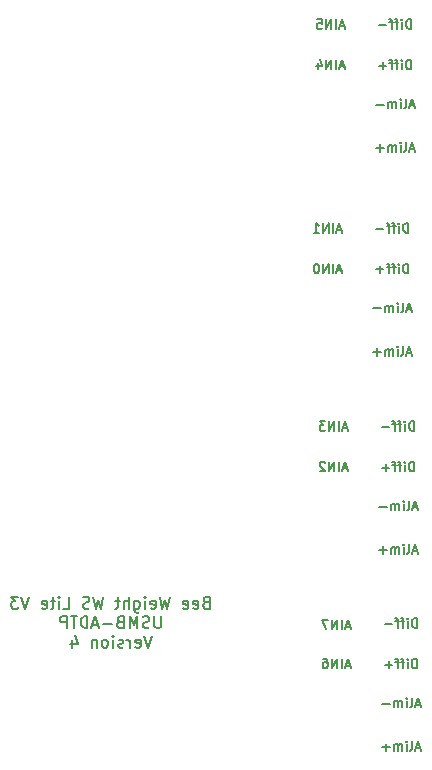
<source format=gbr>
G04 #@! TF.GenerationSoftware,KiCad,Pcbnew,(5.1.4)-1*
G04 #@! TF.CreationDate,2023-08-30T15:36:27+02:00*
G04 #@! TF.ProjectId,BeeWeight_MKRWAN_V4,42656557-6569-4676-9874-5f4d4b525741,V4*
G04 #@! TF.SameCoordinates,Original*
G04 #@! TF.FileFunction,Legend,Bot*
G04 #@! TF.FilePolarity,Positive*
%FSLAX46Y46*%
G04 Gerber Fmt 4.6, Leading zero omitted, Abs format (unit mm)*
G04 Created by KiCad (PCBNEW (5.1.4)-1) date 2023-08-30 15:36:27*
%MOMM*%
%LPD*%
G04 APERTURE LIST*
%ADD10C,0.150000*%
G04 APERTURE END LIST*
D10*
X183044952Y-89940333D02*
X182664000Y-89940333D01*
X183121142Y-90168904D02*
X182854476Y-89368904D01*
X182587809Y-90168904D01*
X182321142Y-90168904D02*
X182321142Y-89368904D01*
X181940190Y-90168904D02*
X181940190Y-89368904D01*
X181483047Y-90168904D01*
X181483047Y-89368904D01*
X181140190Y-89445095D02*
X181102095Y-89407000D01*
X181025904Y-89368904D01*
X180835428Y-89368904D01*
X180759238Y-89407000D01*
X180721142Y-89445095D01*
X180683047Y-89521285D01*
X180683047Y-89597476D01*
X180721142Y-89711761D01*
X181178285Y-90168904D01*
X180683047Y-90168904D01*
X183044952Y-86511333D02*
X182664000Y-86511333D01*
X183121142Y-86739904D02*
X182854476Y-85939904D01*
X182587809Y-86739904D01*
X182321142Y-86739904D02*
X182321142Y-85939904D01*
X181940190Y-86739904D02*
X181940190Y-85939904D01*
X181483047Y-86739904D01*
X181483047Y-85939904D01*
X181178285Y-85939904D02*
X180683047Y-85939904D01*
X180949714Y-86244666D01*
X180835428Y-86244666D01*
X180759238Y-86282761D01*
X180721142Y-86320857D01*
X180683047Y-86397047D01*
X180683047Y-86587523D01*
X180721142Y-86663714D01*
X180759238Y-86701809D01*
X180835428Y-86739904D01*
X181064000Y-86739904D01*
X181140190Y-86701809D01*
X181178285Y-86663714D01*
X183294952Y-103326333D02*
X182914000Y-103326333D01*
X183371142Y-103554904D02*
X183104476Y-102754904D01*
X182837809Y-103554904D01*
X182571142Y-103554904D02*
X182571142Y-102754904D01*
X182190190Y-103554904D02*
X182190190Y-102754904D01*
X181733047Y-103554904D01*
X181733047Y-102754904D01*
X181428285Y-102754904D02*
X180894952Y-102754904D01*
X181237809Y-103554904D01*
X183294952Y-106628333D02*
X182914000Y-106628333D01*
X183371142Y-106856904D02*
X183104476Y-106056904D01*
X182837809Y-106856904D01*
X182571142Y-106856904D02*
X182571142Y-106056904D01*
X182190190Y-106856904D02*
X182190190Y-106056904D01*
X181733047Y-106856904D01*
X181733047Y-106056904D01*
X181009238Y-106056904D02*
X181161619Y-106056904D01*
X181237809Y-106095000D01*
X181275904Y-106133095D01*
X181352095Y-106247380D01*
X181390190Y-106399761D01*
X181390190Y-106704523D01*
X181352095Y-106780714D01*
X181314000Y-106818809D01*
X181237809Y-106856904D01*
X181085428Y-106856904D01*
X181009238Y-106818809D01*
X180971142Y-106780714D01*
X180933047Y-106704523D01*
X180933047Y-106514047D01*
X180971142Y-106437857D01*
X181009238Y-106399761D01*
X181085428Y-106361666D01*
X181237809Y-106361666D01*
X181314000Y-106399761D01*
X181352095Y-106437857D01*
X181390190Y-106514047D01*
X182794952Y-52471333D02*
X182414000Y-52471333D01*
X182871142Y-52699904D02*
X182604476Y-51899904D01*
X182337809Y-52699904D01*
X182071142Y-52699904D02*
X182071142Y-51899904D01*
X181690190Y-52699904D02*
X181690190Y-51899904D01*
X181233047Y-52699904D01*
X181233047Y-51899904D01*
X180471142Y-51899904D02*
X180852095Y-51899904D01*
X180890190Y-52280857D01*
X180852095Y-52242761D01*
X180775904Y-52204666D01*
X180585428Y-52204666D01*
X180509238Y-52242761D01*
X180471142Y-52280857D01*
X180433047Y-52357047D01*
X180433047Y-52547523D01*
X180471142Y-52623714D01*
X180509238Y-52661809D01*
X180585428Y-52699904D01*
X180775904Y-52699904D01*
X180852095Y-52661809D01*
X180890190Y-52623714D01*
X182794952Y-55900333D02*
X182414000Y-55900333D01*
X182871142Y-56128904D02*
X182604476Y-55328904D01*
X182337809Y-56128904D01*
X182071142Y-56128904D02*
X182071142Y-55328904D01*
X181690190Y-56128904D02*
X181690190Y-55328904D01*
X181233047Y-56128904D01*
X181233047Y-55328904D01*
X180509238Y-55595571D02*
X180509238Y-56128904D01*
X180699714Y-55290809D02*
X180890190Y-55862238D01*
X180394952Y-55862238D01*
X182544952Y-69739333D02*
X182164000Y-69739333D01*
X182621142Y-69967904D02*
X182354476Y-69167904D01*
X182087809Y-69967904D01*
X181821142Y-69967904D02*
X181821142Y-69167904D01*
X181440190Y-69967904D02*
X181440190Y-69167904D01*
X180983047Y-69967904D01*
X180983047Y-69167904D01*
X180183047Y-69967904D02*
X180640190Y-69967904D01*
X180411619Y-69967904D02*
X180411619Y-69167904D01*
X180487809Y-69282190D01*
X180564000Y-69358380D01*
X180640190Y-69396476D01*
X182544952Y-73168333D02*
X182164000Y-73168333D01*
X182621142Y-73396904D02*
X182354476Y-72596904D01*
X182087809Y-73396904D01*
X181821142Y-73396904D02*
X181821142Y-72596904D01*
X181440190Y-73396904D02*
X181440190Y-72596904D01*
X180983047Y-73396904D01*
X180983047Y-72596904D01*
X180449714Y-72596904D02*
X180373523Y-72596904D01*
X180297333Y-72635000D01*
X180259238Y-72673095D01*
X180221142Y-72749285D01*
X180183047Y-72901666D01*
X180183047Y-73092142D01*
X180221142Y-73244523D01*
X180259238Y-73320714D01*
X180297333Y-73358809D01*
X180373523Y-73396904D01*
X180449714Y-73396904D01*
X180525904Y-73358809D01*
X180564000Y-73320714D01*
X180602095Y-73244523D01*
X180640190Y-73092142D01*
X180640190Y-72901666D01*
X180602095Y-72749285D01*
X180564000Y-72673095D01*
X180525904Y-72635000D01*
X180449714Y-72596904D01*
X188927380Y-106856904D02*
X188927380Y-106056904D01*
X188736904Y-106056904D01*
X188622619Y-106095000D01*
X188546428Y-106171190D01*
X188508333Y-106247380D01*
X188470238Y-106399761D01*
X188470238Y-106514047D01*
X188508333Y-106666428D01*
X188546428Y-106742619D01*
X188622619Y-106818809D01*
X188736904Y-106856904D01*
X188927380Y-106856904D01*
X188127380Y-106856904D02*
X188127380Y-106323571D01*
X188127380Y-106056904D02*
X188165476Y-106095000D01*
X188127380Y-106133095D01*
X188089285Y-106095000D01*
X188127380Y-106056904D01*
X188127380Y-106133095D01*
X187860714Y-106323571D02*
X187555952Y-106323571D01*
X187746428Y-106856904D02*
X187746428Y-106171190D01*
X187708333Y-106095000D01*
X187632142Y-106056904D01*
X187555952Y-106056904D01*
X187403571Y-106323571D02*
X187098809Y-106323571D01*
X187289285Y-106856904D02*
X187289285Y-106171190D01*
X187251190Y-106095000D01*
X187175000Y-106056904D01*
X187098809Y-106056904D01*
X186832142Y-106552142D02*
X186222619Y-106552142D01*
X186527380Y-106856904D02*
X186527380Y-106247380D01*
X189194047Y-113613333D02*
X188813095Y-113613333D01*
X189270238Y-113841904D02*
X189003571Y-113041904D01*
X188736904Y-113841904D01*
X188355952Y-113841904D02*
X188432142Y-113803809D01*
X188470238Y-113727619D01*
X188470238Y-113041904D01*
X188051190Y-113841904D02*
X188051190Y-113308571D01*
X188051190Y-113041904D02*
X188089285Y-113080000D01*
X188051190Y-113118095D01*
X188013095Y-113080000D01*
X188051190Y-113041904D01*
X188051190Y-113118095D01*
X187670238Y-113841904D02*
X187670238Y-113308571D01*
X187670238Y-113384761D02*
X187632142Y-113346666D01*
X187555952Y-113308571D01*
X187441666Y-113308571D01*
X187365476Y-113346666D01*
X187327380Y-113422857D01*
X187327380Y-113841904D01*
X187327380Y-113422857D02*
X187289285Y-113346666D01*
X187213095Y-113308571D01*
X187098809Y-113308571D01*
X187022619Y-113346666D01*
X186984523Y-113422857D01*
X186984523Y-113841904D01*
X186603571Y-113537142D02*
X185994047Y-113537142D01*
X186298809Y-113841904D02*
X186298809Y-113232380D01*
X188927380Y-103427904D02*
X188927380Y-102627904D01*
X188736904Y-102627904D01*
X188622619Y-102666000D01*
X188546428Y-102742190D01*
X188508333Y-102818380D01*
X188470238Y-102970761D01*
X188470238Y-103085047D01*
X188508333Y-103237428D01*
X188546428Y-103313619D01*
X188622619Y-103389809D01*
X188736904Y-103427904D01*
X188927380Y-103427904D01*
X188127380Y-103427904D02*
X188127380Y-102894571D01*
X188127380Y-102627904D02*
X188165476Y-102666000D01*
X188127380Y-102704095D01*
X188089285Y-102666000D01*
X188127380Y-102627904D01*
X188127380Y-102704095D01*
X187860714Y-102894571D02*
X187555952Y-102894571D01*
X187746428Y-103427904D02*
X187746428Y-102742190D01*
X187708333Y-102666000D01*
X187632142Y-102627904D01*
X187555952Y-102627904D01*
X187403571Y-102894571D02*
X187098809Y-102894571D01*
X187289285Y-103427904D02*
X187289285Y-102742190D01*
X187251190Y-102666000D01*
X187175000Y-102627904D01*
X187098809Y-102627904D01*
X186832142Y-103123142D02*
X186222619Y-103123142D01*
X189194047Y-109930333D02*
X188813095Y-109930333D01*
X189270238Y-110158904D02*
X189003571Y-109358904D01*
X188736904Y-110158904D01*
X188355952Y-110158904D02*
X188432142Y-110120809D01*
X188470238Y-110044619D01*
X188470238Y-109358904D01*
X188051190Y-110158904D02*
X188051190Y-109625571D01*
X188051190Y-109358904D02*
X188089285Y-109397000D01*
X188051190Y-109435095D01*
X188013095Y-109397000D01*
X188051190Y-109358904D01*
X188051190Y-109435095D01*
X187670238Y-110158904D02*
X187670238Y-109625571D01*
X187670238Y-109701761D02*
X187632142Y-109663666D01*
X187555952Y-109625571D01*
X187441666Y-109625571D01*
X187365476Y-109663666D01*
X187327380Y-109739857D01*
X187327380Y-110158904D01*
X187327380Y-109739857D02*
X187289285Y-109663666D01*
X187213095Y-109625571D01*
X187098809Y-109625571D01*
X187022619Y-109663666D01*
X186984523Y-109739857D01*
X186984523Y-110158904D01*
X186603571Y-109854142D02*
X185994047Y-109854142D01*
X188694047Y-59202333D02*
X188313095Y-59202333D01*
X188770238Y-59430904D02*
X188503571Y-58630904D01*
X188236904Y-59430904D01*
X187855952Y-59430904D02*
X187932142Y-59392809D01*
X187970238Y-59316619D01*
X187970238Y-58630904D01*
X187551190Y-59430904D02*
X187551190Y-58897571D01*
X187551190Y-58630904D02*
X187589285Y-58669000D01*
X187551190Y-58707095D01*
X187513095Y-58669000D01*
X187551190Y-58630904D01*
X187551190Y-58707095D01*
X187170238Y-59430904D02*
X187170238Y-58897571D01*
X187170238Y-58973761D02*
X187132142Y-58935666D01*
X187055952Y-58897571D01*
X186941666Y-58897571D01*
X186865476Y-58935666D01*
X186827380Y-59011857D01*
X186827380Y-59430904D01*
X186827380Y-59011857D02*
X186789285Y-58935666D01*
X186713095Y-58897571D01*
X186598809Y-58897571D01*
X186522619Y-58935666D01*
X186484523Y-59011857D01*
X186484523Y-59430904D01*
X186103571Y-59126142D02*
X185494047Y-59126142D01*
X188427380Y-52699904D02*
X188427380Y-51899904D01*
X188236904Y-51899904D01*
X188122619Y-51938000D01*
X188046428Y-52014190D01*
X188008333Y-52090380D01*
X187970238Y-52242761D01*
X187970238Y-52357047D01*
X188008333Y-52509428D01*
X188046428Y-52585619D01*
X188122619Y-52661809D01*
X188236904Y-52699904D01*
X188427380Y-52699904D01*
X187627380Y-52699904D02*
X187627380Y-52166571D01*
X187627380Y-51899904D02*
X187665476Y-51938000D01*
X187627380Y-51976095D01*
X187589285Y-51938000D01*
X187627380Y-51899904D01*
X187627380Y-51976095D01*
X187360714Y-52166571D02*
X187055952Y-52166571D01*
X187246428Y-52699904D02*
X187246428Y-52014190D01*
X187208333Y-51938000D01*
X187132142Y-51899904D01*
X187055952Y-51899904D01*
X186903571Y-52166571D02*
X186598809Y-52166571D01*
X186789285Y-52699904D02*
X186789285Y-52014190D01*
X186751190Y-51938000D01*
X186675000Y-51899904D01*
X186598809Y-51899904D01*
X186332142Y-52395142D02*
X185722619Y-52395142D01*
X188427380Y-56128904D02*
X188427380Y-55328904D01*
X188236904Y-55328904D01*
X188122619Y-55367000D01*
X188046428Y-55443190D01*
X188008333Y-55519380D01*
X187970238Y-55671761D01*
X187970238Y-55786047D01*
X188008333Y-55938428D01*
X188046428Y-56014619D01*
X188122619Y-56090809D01*
X188236904Y-56128904D01*
X188427380Y-56128904D01*
X187627380Y-56128904D02*
X187627380Y-55595571D01*
X187627380Y-55328904D02*
X187665476Y-55367000D01*
X187627380Y-55405095D01*
X187589285Y-55367000D01*
X187627380Y-55328904D01*
X187627380Y-55405095D01*
X187360714Y-55595571D02*
X187055952Y-55595571D01*
X187246428Y-56128904D02*
X187246428Y-55443190D01*
X187208333Y-55367000D01*
X187132142Y-55328904D01*
X187055952Y-55328904D01*
X186903571Y-55595571D02*
X186598809Y-55595571D01*
X186789285Y-56128904D02*
X186789285Y-55443190D01*
X186751190Y-55367000D01*
X186675000Y-55328904D01*
X186598809Y-55328904D01*
X186332142Y-55824142D02*
X185722619Y-55824142D01*
X186027380Y-56128904D02*
X186027380Y-55519380D01*
X188694047Y-62885333D02*
X188313095Y-62885333D01*
X188770238Y-63113904D02*
X188503571Y-62313904D01*
X188236904Y-63113904D01*
X187855952Y-63113904D02*
X187932142Y-63075809D01*
X187970238Y-62999619D01*
X187970238Y-62313904D01*
X187551190Y-63113904D02*
X187551190Y-62580571D01*
X187551190Y-62313904D02*
X187589285Y-62352000D01*
X187551190Y-62390095D01*
X187513095Y-62352000D01*
X187551190Y-62313904D01*
X187551190Y-62390095D01*
X187170238Y-63113904D02*
X187170238Y-62580571D01*
X187170238Y-62656761D02*
X187132142Y-62618666D01*
X187055952Y-62580571D01*
X186941666Y-62580571D01*
X186865476Y-62618666D01*
X186827380Y-62694857D01*
X186827380Y-63113904D01*
X186827380Y-62694857D02*
X186789285Y-62618666D01*
X186713095Y-62580571D01*
X186598809Y-62580571D01*
X186522619Y-62618666D01*
X186484523Y-62694857D01*
X186484523Y-63113904D01*
X186103571Y-62809142D02*
X185494047Y-62809142D01*
X185798809Y-63113904D02*
X185798809Y-62504380D01*
X188177380Y-73396904D02*
X188177380Y-72596904D01*
X187986904Y-72596904D01*
X187872619Y-72635000D01*
X187796428Y-72711190D01*
X187758333Y-72787380D01*
X187720238Y-72939761D01*
X187720238Y-73054047D01*
X187758333Y-73206428D01*
X187796428Y-73282619D01*
X187872619Y-73358809D01*
X187986904Y-73396904D01*
X188177380Y-73396904D01*
X187377380Y-73396904D02*
X187377380Y-72863571D01*
X187377380Y-72596904D02*
X187415476Y-72635000D01*
X187377380Y-72673095D01*
X187339285Y-72635000D01*
X187377380Y-72596904D01*
X187377380Y-72673095D01*
X187110714Y-72863571D02*
X186805952Y-72863571D01*
X186996428Y-73396904D02*
X186996428Y-72711190D01*
X186958333Y-72635000D01*
X186882142Y-72596904D01*
X186805952Y-72596904D01*
X186653571Y-72863571D02*
X186348809Y-72863571D01*
X186539285Y-73396904D02*
X186539285Y-72711190D01*
X186501190Y-72635000D01*
X186425000Y-72596904D01*
X186348809Y-72596904D01*
X186082142Y-73092142D02*
X185472619Y-73092142D01*
X185777380Y-73396904D02*
X185777380Y-72787380D01*
X188444047Y-80153333D02*
X188063095Y-80153333D01*
X188520238Y-80381904D02*
X188253571Y-79581904D01*
X187986904Y-80381904D01*
X187605952Y-80381904D02*
X187682142Y-80343809D01*
X187720238Y-80267619D01*
X187720238Y-79581904D01*
X187301190Y-80381904D02*
X187301190Y-79848571D01*
X187301190Y-79581904D02*
X187339285Y-79620000D01*
X187301190Y-79658095D01*
X187263095Y-79620000D01*
X187301190Y-79581904D01*
X187301190Y-79658095D01*
X186920238Y-80381904D02*
X186920238Y-79848571D01*
X186920238Y-79924761D02*
X186882142Y-79886666D01*
X186805952Y-79848571D01*
X186691666Y-79848571D01*
X186615476Y-79886666D01*
X186577380Y-79962857D01*
X186577380Y-80381904D01*
X186577380Y-79962857D02*
X186539285Y-79886666D01*
X186463095Y-79848571D01*
X186348809Y-79848571D01*
X186272619Y-79886666D01*
X186234523Y-79962857D01*
X186234523Y-80381904D01*
X185853571Y-80077142D02*
X185244047Y-80077142D01*
X185548809Y-80381904D02*
X185548809Y-79772380D01*
X188177380Y-69967904D02*
X188177380Y-69167904D01*
X187986904Y-69167904D01*
X187872619Y-69206000D01*
X187796428Y-69282190D01*
X187758333Y-69358380D01*
X187720238Y-69510761D01*
X187720238Y-69625047D01*
X187758333Y-69777428D01*
X187796428Y-69853619D01*
X187872619Y-69929809D01*
X187986904Y-69967904D01*
X188177380Y-69967904D01*
X187377380Y-69967904D02*
X187377380Y-69434571D01*
X187377380Y-69167904D02*
X187415476Y-69206000D01*
X187377380Y-69244095D01*
X187339285Y-69206000D01*
X187377380Y-69167904D01*
X187377380Y-69244095D01*
X187110714Y-69434571D02*
X186805952Y-69434571D01*
X186996428Y-69967904D02*
X186996428Y-69282190D01*
X186958333Y-69206000D01*
X186882142Y-69167904D01*
X186805952Y-69167904D01*
X186653571Y-69434571D02*
X186348809Y-69434571D01*
X186539285Y-69967904D02*
X186539285Y-69282190D01*
X186501190Y-69206000D01*
X186425000Y-69167904D01*
X186348809Y-69167904D01*
X186082142Y-69663142D02*
X185472619Y-69663142D01*
X188444047Y-76470333D02*
X188063095Y-76470333D01*
X188520238Y-76698904D02*
X188253571Y-75898904D01*
X187986904Y-76698904D01*
X187605952Y-76698904D02*
X187682142Y-76660809D01*
X187720238Y-76584619D01*
X187720238Y-75898904D01*
X187301190Y-76698904D02*
X187301190Y-76165571D01*
X187301190Y-75898904D02*
X187339285Y-75937000D01*
X187301190Y-75975095D01*
X187263095Y-75937000D01*
X187301190Y-75898904D01*
X187301190Y-75975095D01*
X186920238Y-76698904D02*
X186920238Y-76165571D01*
X186920238Y-76241761D02*
X186882142Y-76203666D01*
X186805952Y-76165571D01*
X186691666Y-76165571D01*
X186615476Y-76203666D01*
X186577380Y-76279857D01*
X186577380Y-76698904D01*
X186577380Y-76279857D02*
X186539285Y-76203666D01*
X186463095Y-76165571D01*
X186348809Y-76165571D01*
X186272619Y-76203666D01*
X186234523Y-76279857D01*
X186234523Y-76698904D01*
X185853571Y-76394142D02*
X185244047Y-76394142D01*
X188677380Y-86739904D02*
X188677380Y-85939904D01*
X188486904Y-85939904D01*
X188372619Y-85978000D01*
X188296428Y-86054190D01*
X188258333Y-86130380D01*
X188220238Y-86282761D01*
X188220238Y-86397047D01*
X188258333Y-86549428D01*
X188296428Y-86625619D01*
X188372619Y-86701809D01*
X188486904Y-86739904D01*
X188677380Y-86739904D01*
X187877380Y-86739904D02*
X187877380Y-86206571D01*
X187877380Y-85939904D02*
X187915476Y-85978000D01*
X187877380Y-86016095D01*
X187839285Y-85978000D01*
X187877380Y-85939904D01*
X187877380Y-86016095D01*
X187610714Y-86206571D02*
X187305952Y-86206571D01*
X187496428Y-86739904D02*
X187496428Y-86054190D01*
X187458333Y-85978000D01*
X187382142Y-85939904D01*
X187305952Y-85939904D01*
X187153571Y-86206571D02*
X186848809Y-86206571D01*
X187039285Y-86739904D02*
X187039285Y-86054190D01*
X187001190Y-85978000D01*
X186925000Y-85939904D01*
X186848809Y-85939904D01*
X186582142Y-86435142D02*
X185972619Y-86435142D01*
X188677380Y-90168904D02*
X188677380Y-89368904D01*
X188486904Y-89368904D01*
X188372619Y-89407000D01*
X188296428Y-89483190D01*
X188258333Y-89559380D01*
X188220238Y-89711761D01*
X188220238Y-89826047D01*
X188258333Y-89978428D01*
X188296428Y-90054619D01*
X188372619Y-90130809D01*
X188486904Y-90168904D01*
X188677380Y-90168904D01*
X187877380Y-90168904D02*
X187877380Y-89635571D01*
X187877380Y-89368904D02*
X187915476Y-89407000D01*
X187877380Y-89445095D01*
X187839285Y-89407000D01*
X187877380Y-89368904D01*
X187877380Y-89445095D01*
X187610714Y-89635571D02*
X187305952Y-89635571D01*
X187496428Y-90168904D02*
X187496428Y-89483190D01*
X187458333Y-89407000D01*
X187382142Y-89368904D01*
X187305952Y-89368904D01*
X187153571Y-89635571D02*
X186848809Y-89635571D01*
X187039285Y-90168904D02*
X187039285Y-89483190D01*
X187001190Y-89407000D01*
X186925000Y-89368904D01*
X186848809Y-89368904D01*
X186582142Y-89864142D02*
X185972619Y-89864142D01*
X186277380Y-90168904D02*
X186277380Y-89559380D01*
X188944047Y-93242333D02*
X188563095Y-93242333D01*
X189020238Y-93470904D02*
X188753571Y-92670904D01*
X188486904Y-93470904D01*
X188105952Y-93470904D02*
X188182142Y-93432809D01*
X188220238Y-93356619D01*
X188220238Y-92670904D01*
X187801190Y-93470904D02*
X187801190Y-92937571D01*
X187801190Y-92670904D02*
X187839285Y-92709000D01*
X187801190Y-92747095D01*
X187763095Y-92709000D01*
X187801190Y-92670904D01*
X187801190Y-92747095D01*
X187420238Y-93470904D02*
X187420238Y-92937571D01*
X187420238Y-93013761D02*
X187382142Y-92975666D01*
X187305952Y-92937571D01*
X187191666Y-92937571D01*
X187115476Y-92975666D01*
X187077380Y-93051857D01*
X187077380Y-93470904D01*
X187077380Y-93051857D02*
X187039285Y-92975666D01*
X186963095Y-92937571D01*
X186848809Y-92937571D01*
X186772619Y-92975666D01*
X186734523Y-93051857D01*
X186734523Y-93470904D01*
X186353571Y-93166142D02*
X185744047Y-93166142D01*
X188944047Y-96925333D02*
X188563095Y-96925333D01*
X189020238Y-97153904D02*
X188753571Y-96353904D01*
X188486904Y-97153904D01*
X188105952Y-97153904D02*
X188182142Y-97115809D01*
X188220238Y-97039619D01*
X188220238Y-96353904D01*
X187801190Y-97153904D02*
X187801190Y-96620571D01*
X187801190Y-96353904D02*
X187839285Y-96392000D01*
X187801190Y-96430095D01*
X187763095Y-96392000D01*
X187801190Y-96353904D01*
X187801190Y-96430095D01*
X187420238Y-97153904D02*
X187420238Y-96620571D01*
X187420238Y-96696761D02*
X187382142Y-96658666D01*
X187305952Y-96620571D01*
X187191666Y-96620571D01*
X187115476Y-96658666D01*
X187077380Y-96734857D01*
X187077380Y-97153904D01*
X187077380Y-96734857D02*
X187039285Y-96658666D01*
X186963095Y-96620571D01*
X186848809Y-96620571D01*
X186772619Y-96658666D01*
X186734523Y-96734857D01*
X186734523Y-97153904D01*
X186353571Y-96849142D02*
X185744047Y-96849142D01*
X186048809Y-97153904D02*
X186048809Y-96544380D01*
X171047619Y-101278571D02*
X170904761Y-101326190D01*
X170857142Y-101373809D01*
X170809523Y-101469047D01*
X170809523Y-101611904D01*
X170857142Y-101707142D01*
X170904761Y-101754761D01*
X171000000Y-101802380D01*
X171380952Y-101802380D01*
X171380952Y-100802380D01*
X171047619Y-100802380D01*
X170952380Y-100850000D01*
X170904761Y-100897619D01*
X170857142Y-100992857D01*
X170857142Y-101088095D01*
X170904761Y-101183333D01*
X170952380Y-101230952D01*
X171047619Y-101278571D01*
X171380952Y-101278571D01*
X170000000Y-101754761D02*
X170095238Y-101802380D01*
X170285714Y-101802380D01*
X170380952Y-101754761D01*
X170428571Y-101659523D01*
X170428571Y-101278571D01*
X170380952Y-101183333D01*
X170285714Y-101135714D01*
X170095238Y-101135714D01*
X170000000Y-101183333D01*
X169952380Y-101278571D01*
X169952380Y-101373809D01*
X170428571Y-101469047D01*
X169142857Y-101754761D02*
X169238095Y-101802380D01*
X169428571Y-101802380D01*
X169523809Y-101754761D01*
X169571428Y-101659523D01*
X169571428Y-101278571D01*
X169523809Y-101183333D01*
X169428571Y-101135714D01*
X169238095Y-101135714D01*
X169142857Y-101183333D01*
X169095238Y-101278571D01*
X169095238Y-101373809D01*
X169571428Y-101469047D01*
X168000000Y-100802380D02*
X167761904Y-101802380D01*
X167571428Y-101088095D01*
X167380952Y-101802380D01*
X167142857Y-100802380D01*
X166380952Y-101754761D02*
X166476190Y-101802380D01*
X166666666Y-101802380D01*
X166761904Y-101754761D01*
X166809523Y-101659523D01*
X166809523Y-101278571D01*
X166761904Y-101183333D01*
X166666666Y-101135714D01*
X166476190Y-101135714D01*
X166380952Y-101183333D01*
X166333333Y-101278571D01*
X166333333Y-101373809D01*
X166809523Y-101469047D01*
X165904761Y-101802380D02*
X165904761Y-101135714D01*
X165904761Y-100802380D02*
X165952380Y-100850000D01*
X165904761Y-100897619D01*
X165857142Y-100850000D01*
X165904761Y-100802380D01*
X165904761Y-100897619D01*
X165000000Y-101135714D02*
X165000000Y-101945238D01*
X165047619Y-102040476D01*
X165095238Y-102088095D01*
X165190476Y-102135714D01*
X165333333Y-102135714D01*
X165428571Y-102088095D01*
X165000000Y-101754761D02*
X165095238Y-101802380D01*
X165285714Y-101802380D01*
X165380952Y-101754761D01*
X165428571Y-101707142D01*
X165476190Y-101611904D01*
X165476190Y-101326190D01*
X165428571Y-101230952D01*
X165380952Y-101183333D01*
X165285714Y-101135714D01*
X165095238Y-101135714D01*
X165000000Y-101183333D01*
X164523809Y-101802380D02*
X164523809Y-100802380D01*
X164095238Y-101802380D02*
X164095238Y-101278571D01*
X164142857Y-101183333D01*
X164238095Y-101135714D01*
X164380952Y-101135714D01*
X164476190Y-101183333D01*
X164523809Y-101230952D01*
X163761904Y-101135714D02*
X163380952Y-101135714D01*
X163619047Y-100802380D02*
X163619047Y-101659523D01*
X163571428Y-101754761D01*
X163476190Y-101802380D01*
X163380952Y-101802380D01*
X162380952Y-100802380D02*
X162142857Y-101802380D01*
X161952380Y-101088095D01*
X161761904Y-101802380D01*
X161523809Y-100802380D01*
X161190476Y-101754761D02*
X161047619Y-101802380D01*
X160809523Y-101802380D01*
X160714285Y-101754761D01*
X160666666Y-101707142D01*
X160619047Y-101611904D01*
X160619047Y-101516666D01*
X160666666Y-101421428D01*
X160714285Y-101373809D01*
X160809523Y-101326190D01*
X161000000Y-101278571D01*
X161095238Y-101230952D01*
X161142857Y-101183333D01*
X161190476Y-101088095D01*
X161190476Y-100992857D01*
X161142857Y-100897619D01*
X161095238Y-100850000D01*
X161000000Y-100802380D01*
X160761904Y-100802380D01*
X160619047Y-100850000D01*
X158952380Y-101802380D02*
X159428571Y-101802380D01*
X159428571Y-100802380D01*
X158619047Y-101802380D02*
X158619047Y-101135714D01*
X158619047Y-100802380D02*
X158666666Y-100850000D01*
X158619047Y-100897619D01*
X158571428Y-100850000D01*
X158619047Y-100802380D01*
X158619047Y-100897619D01*
X158285714Y-101135714D02*
X157904761Y-101135714D01*
X158142857Y-100802380D02*
X158142857Y-101659523D01*
X158095238Y-101754761D01*
X158000000Y-101802380D01*
X157904761Y-101802380D01*
X157190476Y-101754761D02*
X157285714Y-101802380D01*
X157476190Y-101802380D01*
X157571428Y-101754761D01*
X157619047Y-101659523D01*
X157619047Y-101278571D01*
X157571428Y-101183333D01*
X157476190Y-101135714D01*
X157285714Y-101135714D01*
X157190476Y-101183333D01*
X157142857Y-101278571D01*
X157142857Y-101373809D01*
X157619047Y-101469047D01*
X156095238Y-100802380D02*
X155761904Y-101802380D01*
X155428571Y-100802380D01*
X155190476Y-100802380D02*
X154571428Y-100802380D01*
X154904761Y-101183333D01*
X154761904Y-101183333D01*
X154666666Y-101230952D01*
X154619047Y-101278571D01*
X154571428Y-101373809D01*
X154571428Y-101611904D01*
X154619047Y-101707142D01*
X154666666Y-101754761D01*
X154761904Y-101802380D01*
X155047619Y-101802380D01*
X155142857Y-101754761D01*
X155190476Y-101707142D01*
X167261904Y-102452380D02*
X167261904Y-103261904D01*
X167214285Y-103357142D01*
X167166666Y-103404761D01*
X167071428Y-103452380D01*
X166880952Y-103452380D01*
X166785714Y-103404761D01*
X166738095Y-103357142D01*
X166690476Y-103261904D01*
X166690476Y-102452380D01*
X166261904Y-103404761D02*
X166119047Y-103452380D01*
X165880952Y-103452380D01*
X165785714Y-103404761D01*
X165738095Y-103357142D01*
X165690476Y-103261904D01*
X165690476Y-103166666D01*
X165738095Y-103071428D01*
X165785714Y-103023809D01*
X165880952Y-102976190D01*
X166071428Y-102928571D01*
X166166666Y-102880952D01*
X166214285Y-102833333D01*
X166261904Y-102738095D01*
X166261904Y-102642857D01*
X166214285Y-102547619D01*
X166166666Y-102500000D01*
X166071428Y-102452380D01*
X165833333Y-102452380D01*
X165690476Y-102500000D01*
X165261904Y-103452380D02*
X165261904Y-102452380D01*
X164928571Y-103166666D01*
X164595238Y-102452380D01*
X164595238Y-103452380D01*
X163785714Y-102928571D02*
X163642857Y-102976190D01*
X163595238Y-103023809D01*
X163547619Y-103119047D01*
X163547619Y-103261904D01*
X163595238Y-103357142D01*
X163642857Y-103404761D01*
X163738095Y-103452380D01*
X164119047Y-103452380D01*
X164119047Y-102452380D01*
X163785714Y-102452380D01*
X163690476Y-102500000D01*
X163642857Y-102547619D01*
X163595238Y-102642857D01*
X163595238Y-102738095D01*
X163642857Y-102833333D01*
X163690476Y-102880952D01*
X163785714Y-102928571D01*
X164119047Y-102928571D01*
X163119047Y-103071428D02*
X162357142Y-103071428D01*
X161928571Y-103166666D02*
X161452380Y-103166666D01*
X162023809Y-103452380D02*
X161690476Y-102452380D01*
X161357142Y-103452380D01*
X161023809Y-103452380D02*
X161023809Y-102452380D01*
X160785714Y-102452380D01*
X160642857Y-102500000D01*
X160547619Y-102595238D01*
X160500000Y-102690476D01*
X160452380Y-102880952D01*
X160452380Y-103023809D01*
X160500000Y-103214285D01*
X160547619Y-103309523D01*
X160642857Y-103404761D01*
X160785714Y-103452380D01*
X161023809Y-103452380D01*
X160166666Y-102452380D02*
X159595238Y-102452380D01*
X159880952Y-103452380D02*
X159880952Y-102452380D01*
X159261904Y-103452380D02*
X159261904Y-102452380D01*
X158880952Y-102452380D01*
X158785714Y-102500000D01*
X158738095Y-102547619D01*
X158690476Y-102642857D01*
X158690476Y-102785714D01*
X158738095Y-102880952D01*
X158785714Y-102928571D01*
X158880952Y-102976190D01*
X159261904Y-102976190D01*
X166476190Y-104102380D02*
X166142857Y-105102380D01*
X165809523Y-104102380D01*
X165095238Y-105054761D02*
X165190476Y-105102380D01*
X165380952Y-105102380D01*
X165476190Y-105054761D01*
X165523809Y-104959523D01*
X165523809Y-104578571D01*
X165476190Y-104483333D01*
X165380952Y-104435714D01*
X165190476Y-104435714D01*
X165095238Y-104483333D01*
X165047619Y-104578571D01*
X165047619Y-104673809D01*
X165523809Y-104769047D01*
X164619047Y-105102380D02*
X164619047Y-104435714D01*
X164619047Y-104626190D02*
X164571428Y-104530952D01*
X164523809Y-104483333D01*
X164428571Y-104435714D01*
X164333333Y-104435714D01*
X164047619Y-105054761D02*
X163952380Y-105102380D01*
X163761904Y-105102380D01*
X163666666Y-105054761D01*
X163619047Y-104959523D01*
X163619047Y-104911904D01*
X163666666Y-104816666D01*
X163761904Y-104769047D01*
X163904761Y-104769047D01*
X164000000Y-104721428D01*
X164047619Y-104626190D01*
X164047619Y-104578571D01*
X164000000Y-104483333D01*
X163904761Y-104435714D01*
X163761904Y-104435714D01*
X163666666Y-104483333D01*
X163190476Y-105102380D02*
X163190476Y-104435714D01*
X163190476Y-104102380D02*
X163238095Y-104150000D01*
X163190476Y-104197619D01*
X163142857Y-104150000D01*
X163190476Y-104102380D01*
X163190476Y-104197619D01*
X162571428Y-105102380D02*
X162666666Y-105054761D01*
X162714285Y-105007142D01*
X162761904Y-104911904D01*
X162761904Y-104626190D01*
X162714285Y-104530952D01*
X162666666Y-104483333D01*
X162571428Y-104435714D01*
X162428571Y-104435714D01*
X162333333Y-104483333D01*
X162285714Y-104530952D01*
X162238095Y-104626190D01*
X162238095Y-104911904D01*
X162285714Y-105007142D01*
X162333333Y-105054761D01*
X162428571Y-105102380D01*
X162571428Y-105102380D01*
X161809523Y-104435714D02*
X161809523Y-105102380D01*
X161809523Y-104530952D02*
X161761904Y-104483333D01*
X161666666Y-104435714D01*
X161523809Y-104435714D01*
X161428571Y-104483333D01*
X161380952Y-104578571D01*
X161380952Y-105102380D01*
X159714285Y-104435714D02*
X159714285Y-105102380D01*
X159952380Y-104054761D02*
X160190476Y-104769047D01*
X159571428Y-104769047D01*
M02*

</source>
